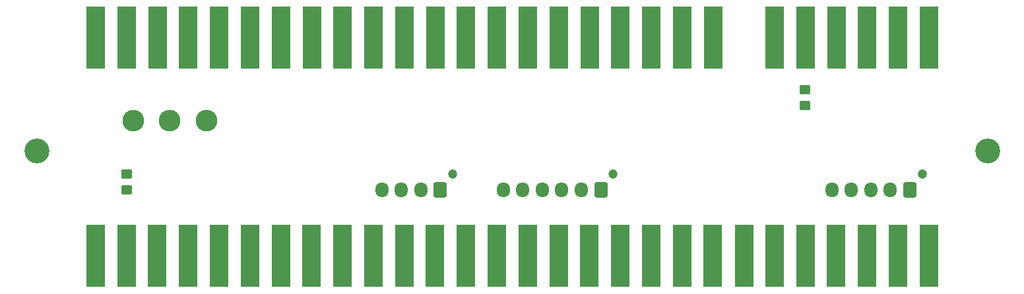
<source format=gbr>
%TF.GenerationSoftware,KiCad,Pcbnew,(6.0.8)*%
%TF.CreationDate,2022-12-30T17:29:19+02:00*%
%TF.ProjectId,mahjong_jamma_adapter,6d61686a-6f6e-4675-9f6a-616d6d615f61,rev?*%
%TF.SameCoordinates,Original*%
%TF.FileFunction,Soldermask,Top*%
%TF.FilePolarity,Negative*%
%FSLAX46Y46*%
G04 Gerber Fmt 4.6, Leading zero omitted, Abs format (unit mm)*
G04 Created by KiCad (PCBNEW (6.0.8)) date 2022-12-30 17:29:19*
%MOMM*%
%LPD*%
G01*
G04 APERTURE LIST*
G04 Aperture macros list*
%AMRoundRect*
0 Rectangle with rounded corners*
0 $1 Rounding radius*
0 $2 $3 $4 $5 $6 $7 $8 $9 X,Y pos of 4 corners*
0 Add a 4 corners polygon primitive as box body*
4,1,4,$2,$3,$4,$5,$6,$7,$8,$9,$2,$3,0*
0 Add four circle primitives for the rounded corners*
1,1,$1+$1,$2,$3*
1,1,$1+$1,$4,$5*
1,1,$1+$1,$6,$7*
1,1,$1+$1,$8,$9*
0 Add four rect primitives between the rounded corners*
20,1,$1+$1,$2,$3,$4,$5,0*
20,1,$1+$1,$4,$5,$6,$7,0*
20,1,$1+$1,$6,$7,$8,$9,0*
20,1,$1+$1,$8,$9,$2,$3,0*%
G04 Aperture macros list end*
%ADD10C,1.200000*%
%ADD11RoundRect,0.250000X0.600000X0.725000X-0.600000X0.725000X-0.600000X-0.725000X0.600000X-0.725000X0*%
%ADD12O,1.700000X1.950000*%
%ADD13R,2.350000X8.000000*%
%ADD14C,3.200000*%
%ADD15RoundRect,0.250000X-0.450000X0.350000X-0.450000X-0.350000X0.450000X-0.350000X0.450000X0.350000X0*%
%ADD16C,2.781000*%
%ADD17RoundRect,0.250000X0.450000X-0.350000X0.450000X0.350000X-0.450000X0.350000X-0.450000X-0.350000X0*%
G04 APERTURE END LIST*
D10*
%TO.C,SERVICE*%
X113350000Y-65500000D03*
D11*
X111750000Y-67500000D03*
D12*
X109250000Y-67500000D03*
X106750000Y-67500000D03*
X104250000Y-67500000D03*
%TD*%
D13*
%TO.C,AUDIO*%
X174460000Y-76000000D03*
X174460000Y-76000000D03*
X170500000Y-76000000D03*
X170500000Y-76000000D03*
X166540000Y-76000000D03*
X166540000Y-76000000D03*
X162580000Y-76000000D03*
X162580000Y-76000000D03*
X158620000Y-76000000D03*
X158620000Y-76000000D03*
X154660000Y-76000000D03*
X154660000Y-76000000D03*
X150733160Y-76002540D03*
X146740000Y-76000000D03*
X146740000Y-76000000D03*
X142780000Y-76000000D03*
X142780000Y-76000000D03*
X138820000Y-76000000D03*
X138820000Y-76000000D03*
X134860000Y-76000000D03*
X134860000Y-76000000D03*
X130900000Y-76000000D03*
X130900000Y-76000000D03*
X126940000Y-76000000D03*
X126940000Y-76000000D03*
X122980000Y-76000000D03*
X122980000Y-76000000D03*
X119020000Y-76000000D03*
X119020000Y-76000000D03*
X115060000Y-76000000D03*
X115060000Y-76000000D03*
X111100000Y-76000000D03*
X111100000Y-76000000D03*
X107140000Y-76000000D03*
X107140000Y-76000000D03*
X103180000Y-76000000D03*
X103180000Y-76000000D03*
X99220000Y-76000000D03*
X99220000Y-76000000D03*
X95260000Y-76000000D03*
X95260000Y-76000000D03*
X91300000Y-76000000D03*
X91300000Y-76000000D03*
X87340000Y-76000000D03*
X87340000Y-76000000D03*
X83380000Y-76000000D03*
X83380000Y-76000000D03*
X79420000Y-76000000D03*
X79420000Y-76000000D03*
X75460000Y-76000000D03*
X75460000Y-76000000D03*
X71500000Y-76000000D03*
X71500000Y-76000000D03*
X67540000Y-76000000D03*
X67540000Y-76000000D03*
X174460000Y-76000000D03*
X174460000Y-76000000D03*
X170500000Y-76000000D03*
X170500000Y-76000000D03*
X166540000Y-76000000D03*
X166540000Y-76000000D03*
X162580000Y-76000000D03*
X162580000Y-76000000D03*
X158620000Y-76000000D03*
X158620000Y-76000000D03*
X154660000Y-76000000D03*
X154660000Y-76000000D03*
X150733160Y-76002540D03*
X146740000Y-76000000D03*
X146740000Y-76000000D03*
X142780000Y-76000000D03*
X142780000Y-76000000D03*
X138820000Y-76000000D03*
X138820000Y-76000000D03*
X134860000Y-76000000D03*
X134860000Y-76000000D03*
X130900000Y-76000000D03*
X130900000Y-76000000D03*
X126940000Y-76000000D03*
X126940000Y-76000000D03*
X122980000Y-76000000D03*
X122980000Y-76000000D03*
X119020000Y-76000000D03*
X119020000Y-76000000D03*
X115060000Y-76000000D03*
X115060000Y-76000000D03*
X111100000Y-76000000D03*
X111100000Y-76000000D03*
X107140000Y-76000000D03*
X107140000Y-76000000D03*
X103180000Y-76000000D03*
X103180000Y-76000000D03*
X99220000Y-76000000D03*
X99220000Y-76000000D03*
X95260000Y-76000000D03*
X95260000Y-76000000D03*
X91300000Y-76000000D03*
X91300000Y-76000000D03*
X87340000Y-76000000D03*
X87340000Y-76000000D03*
X83380000Y-76000000D03*
X83380000Y-76000000D03*
X79420000Y-76000000D03*
X79420000Y-76000000D03*
X75460000Y-76000000D03*
X75460000Y-76000000D03*
X71500000Y-76000000D03*
X71500000Y-76000000D03*
X67540000Y-76000000D03*
X67540000Y-76000000D03*
%TD*%
D14*
%TO.C,REF\u002A\u002A*%
X182000000Y-62500000D03*
%TD*%
%TO.C,REF\u002A\u002A*%
X60000000Y-62500000D03*
%TD*%
D10*
%TO.C,COM*%
X173600000Y-65535000D03*
D11*
X172000000Y-67535000D03*
D12*
X169500000Y-67535000D03*
X167000000Y-67535000D03*
X164500000Y-67535000D03*
X162000000Y-67535000D03*
%TD*%
D15*
%TO.C,JMP2*%
X71500000Y-65500000D03*
X71500000Y-67500000D03*
%TD*%
D16*
%TO.C,SW1*%
X81750000Y-58600000D03*
X77050000Y-58600000D03*
X72350000Y-58600000D03*
%TD*%
D10*
%TO.C,KEY*%
X133960000Y-65535000D03*
D11*
X132360000Y-67535000D03*
D12*
X129860000Y-67535000D03*
X127360000Y-67535000D03*
X124860000Y-67535000D03*
X122360000Y-67535000D03*
X119860000Y-67535000D03*
%TD*%
D17*
%TO.C,JMP1*%
X158600000Y-56650000D03*
X158600000Y-54650000D03*
%TD*%
D13*
%TO.C,J1*%
X174480000Y-48000000D03*
X174480000Y-48000000D03*
X170520000Y-48000000D03*
X170520000Y-48000000D03*
X166560000Y-48000000D03*
X166560000Y-48000000D03*
X162600000Y-48000000D03*
X162600000Y-48000000D03*
X158640000Y-48000000D03*
X158640000Y-48000000D03*
X154680000Y-48000000D03*
X154680000Y-48000000D03*
X146760000Y-48000000D03*
X146760000Y-48000000D03*
X142800000Y-48000000D03*
X142800000Y-48000000D03*
X138840000Y-48000000D03*
X138840000Y-48000000D03*
X134880000Y-48000000D03*
X134880000Y-48000000D03*
X130920000Y-48000000D03*
X130920000Y-48000000D03*
X126960000Y-48000000D03*
X126960000Y-48000000D03*
X123000000Y-48000000D03*
X123000000Y-48000000D03*
X119040000Y-48000000D03*
X119040000Y-48000000D03*
X115080000Y-48000000D03*
X115080000Y-48000000D03*
X111120000Y-48000000D03*
X111120000Y-48000000D03*
X107160000Y-48000000D03*
X107160000Y-48000000D03*
X103200000Y-48000000D03*
X103200000Y-48000000D03*
X99240000Y-48000000D03*
X99240000Y-48000000D03*
X95280000Y-48000000D03*
X95280000Y-48000000D03*
X91320000Y-48000000D03*
X91320000Y-48000000D03*
X87360000Y-48000000D03*
X87360000Y-48000000D03*
X83400000Y-48000000D03*
X83400000Y-48000000D03*
X79440000Y-48000000D03*
X79440000Y-48000000D03*
X75480000Y-48000000D03*
X75480000Y-48000000D03*
X71520000Y-48000000D03*
X71520000Y-48000000D03*
X67560000Y-48000000D03*
X67560000Y-48000000D03*
X174480000Y-48000000D03*
X174480000Y-48000000D03*
X170520000Y-48000000D03*
X170520000Y-48000000D03*
X166560000Y-48000000D03*
X166560000Y-48000000D03*
X162600000Y-48000000D03*
X162600000Y-48000000D03*
X158640000Y-48000000D03*
X158640000Y-48000000D03*
X154680000Y-48000000D03*
X154680000Y-48000000D03*
X146760000Y-48000000D03*
X146760000Y-48000000D03*
X142800000Y-48000000D03*
X142800000Y-48000000D03*
X138840000Y-48000000D03*
X138840000Y-48000000D03*
X134880000Y-48000000D03*
X134880000Y-48000000D03*
X130920000Y-48000000D03*
X130920000Y-48000000D03*
X126960000Y-48000000D03*
X126960000Y-48000000D03*
X123000000Y-48000000D03*
X123000000Y-48000000D03*
X119040000Y-48000000D03*
X119040000Y-48000000D03*
X115080000Y-48000000D03*
X115080000Y-48000000D03*
X111120000Y-48000000D03*
X111120000Y-48000000D03*
X107160000Y-48000000D03*
X107160000Y-48000000D03*
X103200000Y-48000000D03*
X103200000Y-48000000D03*
X99240000Y-48000000D03*
X99240000Y-48000000D03*
X95280000Y-48000000D03*
X95280000Y-48000000D03*
X91320000Y-48000000D03*
X91320000Y-48000000D03*
X87360000Y-48000000D03*
X87360000Y-48000000D03*
X83400000Y-48000000D03*
X83400000Y-48000000D03*
X79440000Y-48000000D03*
X79440000Y-48000000D03*
X75480000Y-48000000D03*
X75480000Y-48000000D03*
X71520000Y-48000000D03*
X71520000Y-48000000D03*
X67560000Y-48000000D03*
X67560000Y-48000000D03*
%TD*%
M02*

</source>
